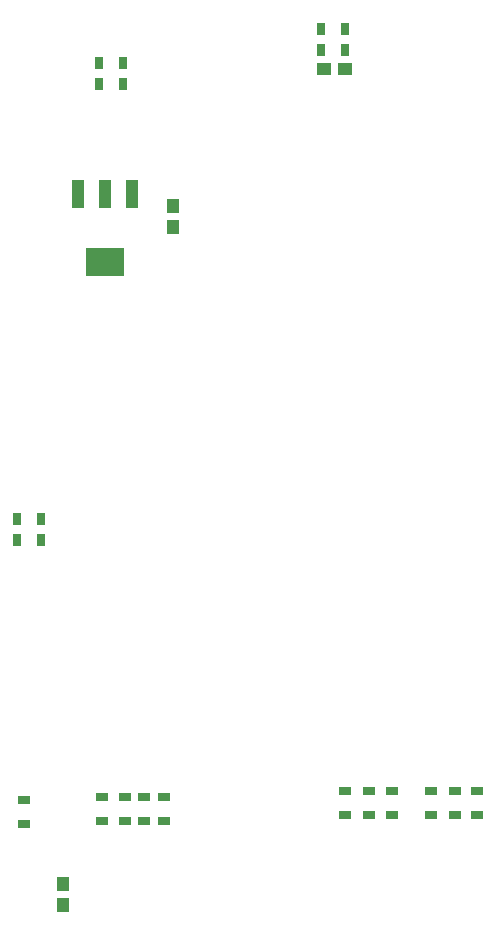
<source format=gbp>
G04*
G04 #@! TF.GenerationSoftware,Altium Limited,Altium Designer,20.1.12 (249)*
G04*
G04 Layer_Color=128*
%FSTAX24Y24*%
%MOIN*%
G70*
G04*
G04 #@! TF.SameCoordinates,A4519483-63F0-4905-8E8D-142606AE7E66*
G04*
G04*
G04 #@! TF.FilePolarity,Positive*
G04*
G01*
G75*
%ADD28R,0.0315X0.0433*%
%ADD32R,0.0433X0.0472*%
%ADD36R,0.0433X0.0315*%
%ADD80R,0.0394X0.0945*%
%ADD81R,0.1299X0.0945*%
%ADD82R,0.0472X0.0433*%
D28*
X0297Y04715D02*
D03*
X0289D02*
D03*
X0371Y0476D02*
D03*
X0363D02*
D03*
X0363Y0483D02*
D03*
X0371D02*
D03*
X0297Y04645D02*
D03*
X0289D02*
D03*
X02615Y03125D02*
D03*
X02695D02*
D03*
X02615Y03195D02*
D03*
X02695D02*
D03*
D32*
X03135Y0424D02*
D03*
Y0417D02*
D03*
X0277Y0198D02*
D03*
Y0191D02*
D03*
D36*
X0264Y0218D02*
D03*
Y0226D02*
D03*
X029Y0227D02*
D03*
Y0219D02*
D03*
X0415Y0221D02*
D03*
Y0229D02*
D03*
X0371D02*
D03*
Y0221D02*
D03*
X0379Y0229D02*
D03*
Y0221D02*
D03*
X03865Y0229D02*
D03*
Y0221D02*
D03*
X04075D02*
D03*
Y0229D02*
D03*
X03995Y0221D02*
D03*
Y0229D02*
D03*
X03105Y0219D02*
D03*
Y0227D02*
D03*
X0304D02*
D03*
Y0219D02*
D03*
X02975Y0227D02*
D03*
Y0219D02*
D03*
D80*
X028194Y042792D02*
D03*
X0291Y042792D02*
D03*
X030006Y042792D02*
D03*
D81*
X0291Y040508D02*
D03*
D82*
X0364Y04695D02*
D03*
X0371D02*
D03*
M02*

</source>
